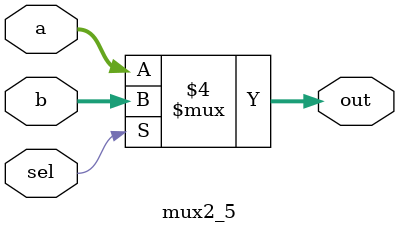
<source format=v>
module mux2_5(a, b, sel, out);
	input [4:0] a,b;
	input sel;
	output [4:0] out;
	reg [4:0] out;
	
	always @(a or b or sel) begin
		if (sel == 1'b0) out <= a;
		else out <= b;
	end
endmodule

</source>
